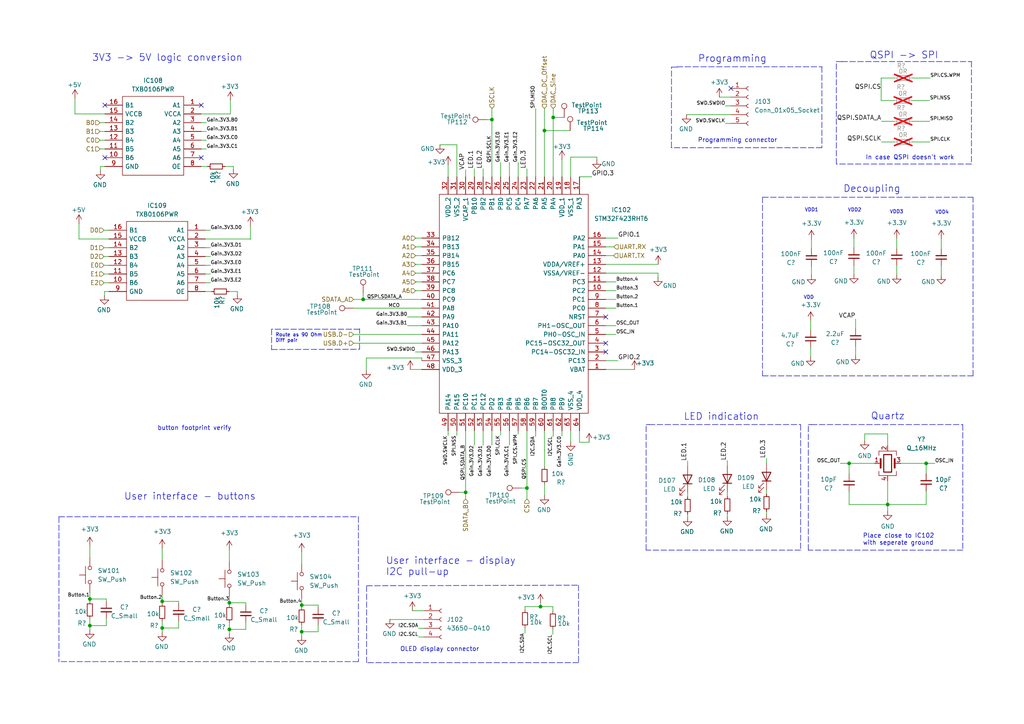
<source format=kicad_sch>
(kicad_sch (version 20230121) (generator eeschema)
  (paper "A4")
  (junction (at 87.503 183.2356))
  (junction (at 87.503 175.514))
  (junction (at 47.0408 182.1434))
  (junction (at 152.8318 141.5542))
  (junction (at 156.7688 175.9458))
  (junction (at 66.5226 174.8282))
  (junction (at 160.4518 34.0614))
  (junction (at 142.6718 34.6964))
  (junction (at 47.0408 174.4218))
  (junction (at 257.4544 146.3294))
  (junction (at 246.2784 134.3914))
  (junction (at 105.3338 86.8426))
  (junction (at 157.9118 37.8714))
  (junction (at 135.0518 142.7988))
  (junction (at 26.0604 181.4576))
  (junction (at 66.5226 182.5498))
  (junction (at 268.6304 134.3914))
  (junction (at 26.0604 173.736))
  (no_connect (at 30.4292 45.7454))
  (no_connect (at 58.3692 45.7454))
  (no_connect (at 175.6918 99.5426))
  (no_connect (at 30.4292 30.5054))
  (no_connect (at 211.9884 25.6286))
  (no_connect (at 58.3692 30.5054))
  (no_connect (at 175.6918 102.0826))
  (no_connect (at 175.6918 91.9226))
  (wire (pts (xy 165.5318 124.9426) (xy 165.5318 128.1684)))
  (wire (pts (xy 51.816 174.4218) (xy 51.816 175.0822)))
  (polyline (pts (xy 232.2068 159.5628) (xy 187.4012 159.5628)) (stroke (width 0) (type dash)))
  (wire (pts (xy 72.644 65.4812) (xy 72.644 69.3674)))
  (wire (pts (xy 31.5976 69.3166) (xy 22.9108 69.3166)))
  (wire (pts (xy 157.9372 130.5814) (xy 157.9372 135.382)))
  (wire (pts (xy 210.3882 30.7086) (xy 211.9884 30.7086)))
  (wire (pts (xy 175.6918 81.7626) (xy 178.6636 81.7626)))
  (wire (pts (xy 175.6918 107.1626) (xy 184.0484 107.1626)))
  (wire (pts (xy 137.5918 48.9458) (xy 137.5918 51.2826)))
  (wire (pts (xy 30.1752 79.4766) (xy 31.5976 79.4766)))
  (wire (pts (xy 121.3612 184.7596) (xy 122.9614 184.7596)))
  (wire (pts (xy 152.273 183.6166) (xy 152.273 182.0164)))
  (wire (pts (xy 246.2784 146.3294) (xy 257.4544 146.3294)))
  (polyline (pts (xy 194.7418 42.7736) (xy 194.7672 19.4564)) (stroke (width 0) (type dash)))
  (wire (pts (xy 268.6304 134.3914) (xy 268.6304 137.3886)))
  (wire (pts (xy 92.2782 181.2544) (xy 92.2782 183.2356)))
  (wire (pts (xy 30.8356 179.4764) (xy 30.8356 181.4576)))
  (wire (pts (xy 271.1704 134.3914) (xy 268.6304 134.3914)))
  (wire (pts (xy 122.3518 103.8352) (xy 122.3518 104.6226)))
  (wire (pts (xy 152.8318 48.9458) (xy 152.8318 51.2826)))
  (wire (pts (xy 30.1498 66.7766) (xy 31.5976 66.7766)))
  (polyline (pts (xy 279.2476 159.5628) (xy 234.442 159.5628)) (stroke (width 0) (type dash)))
  (wire (pts (xy 210.947 142.6972) (xy 210.947 143.9164)))
  (wire (pts (xy 31.5976 84.5566) (xy 30.3022 84.5566)))
  (wire (pts (xy 120.5484 69.0626) (xy 122.3518 69.0626)))
  (wire (pts (xy 250.7996 125.857) (xy 250.7996 127.762)))
  (wire (pts (xy 135.0518 142.7988) (xy 135.0518 144.7546)))
  (wire (pts (xy 51.816 180.1622) (xy 51.816 182.1434)))
  (wire (pts (xy 145.2118 126.2126) (xy 145.2118 124.9426)))
  (wire (pts (xy 26.0604 173.736) (xy 30.8356 173.736)))
  (wire (pts (xy 152.8318 124.9426) (xy 152.8318 141.5542)))
  (wire (pts (xy 175.6918 97.0026) (xy 178.6636 97.0026)))
  (wire (pts (xy 26.0604 173.736) (xy 26.0604 174.371)))
  (wire (pts (xy 120.523 81.788) (xy 120.6754 81.788)))
  (wire (pts (xy 30.1752 76.9366) (xy 31.5976 76.9366)))
  (wire (pts (xy 119.6086 177.1396) (xy 122.9614 177.1396)))
  (wire (pts (xy 175.6918 89.3826) (xy 178.6636 89.3826)))
  (polyline (pts (xy 281.7622 17.8562) (xy 281.7622 47.5742)) (stroke (width 0) (type dash)))
  (wire (pts (xy 29.1338 48.2854) (xy 29.1338 49.4538)))
  (wire (pts (xy 129.9718 47.9298) (xy 129.9718 51.2826)))
  (polyline (pts (xy 234.442 123.1392) (xy 235.3564 123.1392)) (stroke (width 0) (type dash)))
  (wire (pts (xy 199.4408 149.1488) (xy 199.4408 150.0632)))
  (wire (pts (xy 142.6718 129.1082) (xy 142.6718 124.9426)))
  (wire (pts (xy 121.3612 182.2196) (xy 122.9614 182.2196)))
  (wire (pts (xy 71.2978 174.8282) (xy 71.2978 175.4886)))
  (wire (pts (xy 113.1062 179.6542) (xy 113.0808 179.6542)))
  (wire (pts (xy 113.1062 179.6542) (xy 113.1062 179.6796)))
  (wire (pts (xy 151.13 141.5542) (xy 152.8318 141.5542)))
  (polyline (pts (xy 106.3244 192.2018) (xy 106.3244 169.7228)) (stroke (width 0) (type dash)))
  (wire (pts (xy 92.2782 175.514) (xy 92.2782 176.1744)))
  (wire (pts (xy 87.503 175.514) (xy 87.503 176.149)))
  (wire (pts (xy 257.4544 125.857) (xy 250.7996 125.857)))
  (wire (pts (xy 162.9918 46.2534) (xy 162.9918 51.2826)))
  (wire (pts (xy 47.0408 174.4218) (xy 47.0408 175.0568)))
  (wire (pts (xy 105.3338 85.1408) (xy 105.3338 86.8426)))
  (wire (pts (xy 246.2784 142.6464) (xy 246.2784 146.3294)))
  (wire (pts (xy 58.3692 40.6654) (xy 59.8678 40.6654)))
  (wire (pts (xy 58.3692 48.2854) (xy 60.198 48.2854)))
  (wire (pts (xy 120.7008 84.3026) (xy 122.3518 84.3026)))
  (wire (pts (xy 160.4518 31.4706) (xy 160.4518 34.0614)))
  (wire (pts (xy 59.5376 76.9366) (xy 61.0362 76.9366)))
  (wire (pts (xy 47.0408 172.5422) (xy 47.0408 174.4218)))
  (wire (pts (xy 235.1278 100.8634) (xy 235.1278 103.4796)))
  (wire (pts (xy 160.4518 34.0614) (xy 163.6522 34.0614)))
  (wire (pts (xy 59.5376 79.4766) (xy 61.0362 79.4766)))
  (polyline (pts (xy 235.331 123.1392) (xy 279.2476 123.1392)) (stroke (width 0) (type dash)))
  (wire (pts (xy 102.5398 99.5426) (xy 122.3518 99.5426)))
  (wire (pts (xy 160.3502 183.9976) (xy 160.3502 182.3974)))
  (polyline (pts (xy 187.4012 159.5628) (xy 187.4012 123.1392)) (stroke (width 0) (type dash)))
  (wire (pts (xy 30.1498 74.3966) (xy 31.5976 74.3966)))
  (polyline (pts (xy 194.7672 19.4564) (xy 196.4436 19.4564)) (stroke (width 0) (type dash)))
  (wire (pts (xy 65.278 48.2854) (xy 67.691 48.2854)))
  (wire (pts (xy 29.0068 40.6654) (xy 30.4292 40.6654)))
  (wire (pts (xy 120.6246 76.708) (xy 120.6246 76.6826)))
  (wire (pts (xy 141.1986 34.6964) (xy 142.6718 34.6964)))
  (wire (pts (xy 120.523 71.628) (xy 120.5738 71.628)))
  (wire (pts (xy 59.5376 71.8566) (xy 61.0362 71.8566)))
  (wire (pts (xy 156.7688 175.9458) (xy 160.3502 175.9458)))
  (wire (pts (xy 120.65 79.2226) (xy 122.3518 79.2226)))
  (polyline (pts (xy 232.2068 123.1392) (xy 232.2068 159.5628)) (stroke (width 0) (type dash)))
  (wire (pts (xy 210.947 133.5532) (xy 210.947 135.0772)))
  (wire (pts (xy 106.2482 103.8352) (xy 106.2482 107.3404)))
  (polyline (pts (xy 196.3674 19.3802) (xy 238.4552 19.3802)) (stroke (width 0) (type dash)))
  (wire (pts (xy 120.5738 71.6026) (xy 122.3518 71.6026)))
  (wire (pts (xy 87.503 173.6344) (xy 87.503 175.514)))
  (polyline (pts (xy 281.7622 47.5742) (xy 242.57 47.5742)) (stroke (width 0) (type dash)))
  (polyline (pts (xy 167.7924 192.2018) (xy 106.3244 192.2018)) (stroke (width 0) (type dash)))
  (wire (pts (xy 255.5748 29.1592) (xy 259.334 29.1592)))
  (wire (pts (xy 147.7518 129.1082) (xy 147.7518 124.9426)))
  (wire (pts (xy 222.3262 148.3614) (xy 222.3262 149.2758)))
  (wire (pts (xy 175.6918 71.6026) (xy 178.054 71.6026)))
  (wire (pts (xy 120.5992 74.168) (xy 120.5992 74.1426)))
  (wire (pts (xy 59.5376 66.7766) (xy 61.0362 66.7766)))
  (wire (pts (xy 155.3718 126.492) (xy 155.3718 124.9426)))
  (wire (pts (xy 120.523 79.248) (xy 120.65 79.248)))
  (wire (pts (xy 118.999 107.1626) (xy 122.3518 107.1626)))
  (wire (pts (xy 208.6356 28.1686) (xy 211.9884 28.1686)))
  (wire (pts (xy 66.5226 172.9486) (xy 66.5226 174.8282)))
  (wire (pts (xy 165.5318 51.2826) (xy 165.5318 45.5676)))
  (wire (pts (xy 255.6764 41.1734) (xy 259.4356 41.1734)))
  (wire (pts (xy 66.5226 159.4358) (xy 66.5226 162.7886)))
  (wire (pts (xy 150.2918 125.9078) (xy 150.2918 124.9426)))
  (wire (pts (xy 152.273 175.9458) (xy 156.7688 175.9458)))
  (wire (pts (xy 160.401 126.5428) (xy 160.401 126.5174)))
  (wire (pts (xy 122.3518 102.0826) (xy 120.4722 102.0826)))
  (wire (pts (xy 255.5748 22.6314) (xy 259.461 22.6314)))
  (polyline (pts (xy 78.7654 95.4786) (xy 78.7654 101.473)) (stroke (width 0) (type dash)))
  (wire (pts (xy 120.523 84.328) (xy 120.7008 84.328)))
  (polyline (pts (xy 234.442 159.5628) (xy 234.442 123.1392)) (stroke (width 0) (type dash)))
  (wire (pts (xy 257.4544 146.3294) (xy 257.4544 148.2344)))
  (wire (pts (xy 67.691 48.2854) (xy 67.691 49.149)))
  (wire (pts (xy 235.3564 77.2414) (xy 235.3564 79.8576)))
  (wire (pts (xy 66.5226 182.5498) (xy 66.5226 183.7944)))
  (wire (pts (xy 59.5376 84.5566) (xy 61.3664 84.5566)))
  (wire (pts (xy 29.0068 43.2054) (xy 30.4292 43.2054)))
  (wire (pts (xy 127.6096 41.9862) (xy 132.5118 41.9862)))
  (wire (pts (xy 260.096 69.1896) (xy 260.096 71.9836)))
  (wire (pts (xy 170.8658 128.27) (xy 168.0718 128.27)))
  (polyline (pts (xy 104.2924 101.2952) (xy 104.2924 95.3516)) (stroke (width 0) (type dash)))
  (wire (pts (xy 142.6718 34.6964) (xy 142.6718 31.4706)))
  (wire (pts (xy 120.523 69.088) (xy 120.5484 69.088)))
  (wire (pts (xy 133.35 142.7988) (xy 135.0518 142.7988)))
  (wire (pts (xy 59.5376 82.0166) (xy 61.0362 82.0166)))
  (wire (pts (xy 140.1318 129.1082) (xy 140.1318 124.9426)))
  (wire (pts (xy 165.5318 45.5676) (xy 173.1264 45.5676)))
  (wire (pts (xy 58.3692 38.1254) (xy 59.8678 38.1254)))
  (wire (pts (xy 26.0604 179.451) (xy 26.0604 181.4576)))
  (polyline (pts (xy 167.7924 169.7228) (xy 167.7924 192.2018)) (stroke (width 0) (type dash)))
  (wire (pts (xy 132.5118 126.2888) (xy 132.5118 124.9426)))
  (wire (pts (xy 199.4408 133.7056) (xy 199.4408 135.2296)))
  (wire (pts (xy 199.4408 142.8496) (xy 199.4408 144.0688)))
  (wire (pts (xy 235.3564 69.3674) (xy 235.3564 72.1614)))
  (wire (pts (xy 132.5118 51.2826) (xy 132.5118 41.9862)))
  (wire (pts (xy 147.7518 47.117) (xy 147.7518 51.2826)))
  (wire (pts (xy 255.5748 29.1592) (xy 255.5748 22.6314)))
  (wire (pts (xy 175.6918 74.1426) (xy 177.9778 74.1426)))
  (wire (pts (xy 246.2784 134.3914) (xy 246.2784 137.5664)))
  (wire (pts (xy 120.65 79.248) (xy 120.65 79.2226)))
  (polyline (pts (xy 187.4012 123.1392) (xy 188.3156 123.1392)) (stroke (width 0) (type dash)))
  (wire (pts (xy 157.9118 130.5814) (xy 157.9118 124.9426)))
  (wire (pts (xy 129.9718 124.9426) (xy 129.9718 126.2888)))
  (wire (pts (xy 175.6918 69.0626) (xy 179.2478 69.0626)))
  (wire (pts (xy 30.8356 181.4576) (xy 26.0604 181.4576)))
  (wire (pts (xy 120.6754 81.788) (xy 120.6754 81.7626)))
  (wire (pts (xy 268.6304 134.3914) (xy 261.2644 134.3914)))
  (wire (pts (xy 255.6256 35.179) (xy 259.3848 35.179)))
  (wire (pts (xy 135.0518 124.9426) (xy 135.0518 142.7988)))
  (wire (pts (xy 190.8556 79.2226) (xy 190.8556 80.391)))
  (wire (pts (xy 72.5678 69.3674) (xy 72.644 69.3674)))
  (wire (pts (xy 87.503 183.2356) (xy 87.503 184.4802)))
  (wire (pts (xy 175.6918 79.2226) (xy 190.8556 79.2226)))
  (wire (pts (xy 137.5918 129.1082) (xy 137.5918 124.9426)))
  (wire (pts (xy 66.5226 180.5432) (xy 66.5226 182.5498)))
  (wire (pts (xy 264.541 22.6314) (xy 269.7734 22.6314)))
  (wire (pts (xy 155.321 126.492) (xy 155.3718 126.492)))
  (wire (pts (xy 47.0408 180.1368) (xy 47.0408 182.1434)))
  (polyline (pts (xy 17.0942 149.9362) (xy 17.0942 191.897)) (stroke (width 0) (type dash)))
  (polyline (pts (xy 282.2194 109.0168) (xy 282.2194 57.2008)) (stroke (width 0) (type dash)))
  (wire (pts (xy 120.5484 69.088) (xy 120.5484 69.0626)))
  (polyline (pts (xy 104.2924 95.4786) (xy 78.7654 95.4786)) (stroke (width 0) (type dash)))
  (wire (pts (xy 47.0408 159.0294) (xy 47.0408 162.3822)))
  (polyline (pts (xy 17.0688 149.8854) (xy 103.9622 149.8854)) (stroke (width 0) (type dash)))
  (wire (pts (xy 168.0718 128.27) (xy 168.0718 124.9426)))
  (wire (pts (xy 152.273 176.9364) (xy 152.273 175.9458)))
  (wire (pts (xy 157.9118 37.8714) (xy 157.9118 51.2826)))
  (wire (pts (xy 120.5992 74.1426) (xy 122.3518 74.1426)))
  (polyline (pts (xy 221.1578 109.0168) (xy 282.2194 109.0168)) (stroke (width 0) (type dash)))
  (wire (pts (xy 58.3692 33.0454) (xy 66.8274 33.0454)))
  (wire (pts (xy 87.503 175.514) (xy 92.2782 175.514)))
  (wire (pts (xy 210.947 148.9964) (xy 210.947 149.9108)))
  (wire (pts (xy 156.7688 174.9044) (xy 156.7688 175.9458)))
  (wire (pts (xy 199.1106 33.2486) (xy 211.9884 33.2486)))
  (wire (pts (xy 30.4292 48.2854) (xy 29.1338 48.2854)))
  (wire (pts (xy 140.1318 48.9458) (xy 140.1318 51.2826)))
  (wire (pts (xy 145.2118 47.117) (xy 145.2118 51.2826)))
  (wire (pts (xy 120.7008 84.328) (xy 120.7008 84.3026)))
  (wire (pts (xy 264.5156 41.1734) (xy 269.748 41.1734)))
  (wire (pts (xy 175.6918 104.6226) (xy 179.2478 104.6226)))
  (wire (pts (xy 160.4518 34.0614) (xy 160.4518 51.2826)))
  (wire (pts (xy 235.1278 92.9894) (xy 235.1278 95.7834)))
  (polyline (pts (xy 279.2476 123.1392) (xy 279.2476 159.5628)) (stroke (width 0) (type dash)))
  (wire (pts (xy 105.3338 86.8426) (xy 102.5398 86.8426)))
  (wire (pts (xy 120.523 74.168) (xy 120.5992 74.168)))
  (wire (pts (xy 190.9064 76.6826) (xy 175.6918 76.6826)))
  (wire (pts (xy 248.158 100.4316) (xy 248.158 103.0478)))
  (wire (pts (xy 122.3518 94.4626) (xy 118.1862 94.4626)))
  (wire (pts (xy 72.5678 69.3674) (xy 72.5678 69.3166)))
  (wire (pts (xy 272.9992 69.3166) (xy 272.9992 72.1106)))
  (wire (pts (xy 92.2782 183.2356) (xy 87.503 183.2356)))
  (wire (pts (xy 58.3692 43.2054) (xy 59.8678 43.2054)))
  (polyline (pts (xy 103.9622 191.897) (xy 17.0942 191.897)) (stroke (width 0) (type dash)))
  (wire (pts (xy 122.3518 89.3826) (xy 102.5398 89.3826)))
  (wire (pts (xy 72.5678 69.3166) (xy 59.5376 69.3166)))
  (wire (pts (xy 66.5226 174.8282) (xy 71.2978 174.8282)))
  (wire (pts (xy 257.4544 129.3114) (xy 257.4544 125.857)))
  (wire (pts (xy 160.401 126.5428) (xy 160.4518 126.5428)))
  (wire (pts (xy 157.9118 31.4706) (xy 157.9118 37.8714)))
  (wire (pts (xy 272.9992 77.1906) (xy 272.9992 79.8068)))
  (wire (pts (xy 47.0408 174.4218) (xy 51.816 174.4218)))
  (polyline (pts (xy 221.1832 57.2008) (xy 282.2194 57.2008)) (stroke (width 0) (type dash)))
  (wire (pts (xy 122.3518 103.8352) (xy 106.2482 103.8352)))
  (wire (pts (xy 26.0604 181.4576) (xy 26.0604 182.7022)))
  (wire (pts (xy 120.6754 81.7626) (xy 122.3518 81.7626)))
  (wire (pts (xy 243.7384 134.3914) (xy 246.2784 134.3914)))
  (polyline (pts (xy 242.57 47.5742) (xy 242.57 17.8562)) (stroke (width 0) (type dash)))
  (wire (pts (xy 30.1752 82.0166) (xy 31.5976 82.0166)))
  (wire (pts (xy 66.4464 84.5566) (xy 68.8594 84.5566)))
  (wire (pts (xy 122.3518 86.8426) (xy 105.3338 86.8426)))
  (wire (pts (xy 160.3502 175.9458) (xy 160.3502 177.3174)))
  (polyline (pts (xy 78.7908 101.3714) (xy 104.2924 101.2952)) (stroke (width 0) (type dash)))
  (wire (pts (xy 222.3262 142.0622) (xy 222.3262 143.2814)))
  (polyline (pts (xy 188.2902 123.1392) (xy 232.2068 123.1392)) (stroke (width 0) (type dash)))
  (wire (pts (xy 58.3692 35.5854) (xy 59.8678 35.5854)))
  (wire (pts (xy 150.2918 47.117) (xy 150.2918 51.2826)))
  (wire (pts (xy 175.6918 84.3026) (xy 178.6636 84.3026)))
  (wire (pts (xy 175.6918 94.4626) (xy 178.6636 94.4626)))
  (wire (pts (xy 71.2978 182.5498) (xy 66.5226 182.5498)))
  (wire (pts (xy 113.1062 179.6796) (xy 122.9614 179.6796)))
  (polyline (pts (xy 238.379 42.8498) (xy 194.691 42.8498)) (stroke (width 0) (type dash)))
  (wire (pts (xy 87.503 160.1216) (xy 87.503 163.4744)))
  (wire (pts (xy 246.2784 134.3914) (xy 253.6444 134.3914)))
  (wire (pts (xy 157.9118 37.8714) (xy 165.3794 37.8714)))
  (wire (pts (xy 120.6246 76.6826) (xy 122.3518 76.6826)))
  (wire (pts (xy 175.6918 86.8426) (xy 178.6636 86.8426)))
  (wire (pts (xy 257.4544 139.4714) (xy 257.4544 146.3294)))
  (polyline (pts (xy 221.1578 57.2008) (xy 221.1578 109.0168)) (stroke (width 0) (type dash)))
  (wire (pts (xy 142.6718 51.2826) (xy 142.6718 34.6964)))
  (wire (pts (xy 26.0604 171.8564) (xy 26.0604 173.736)))
  (wire (pts (xy 135.0518 49.276) (xy 135.0518 51.2826)))
  (wire (pts (xy 260.096 77.0636) (xy 260.096 79.6798)))
  (polyline (pts (xy 242.57 17.8562) (xy 244.2464 17.8562)) (stroke (width 0) (type dash)))
  (wire (pts (xy 87.503 181.229) (xy 87.503 183.2356)))
  (wire (pts (xy 157.9372 130.5814) (xy 157.9118 130.5814)))
  (wire (pts (xy 157.9372 140.462) (xy 157.9372 143.7132)))
  (wire (pts (xy 247.6754 76.962) (xy 247.6754 79.5782)))
  (wire (pts (xy 268.6304 142.4686) (xy 268.6304 146.3294)))
  (wire (pts (xy 210.3882 35.7886) (xy 211.9884 35.7886)))
  (wire (pts (xy 59.5376 74.3966) (xy 61.0362 74.3966)))
  (wire (pts (xy 47.0408 182.1434) (xy 47.0408 183.388)))
  (wire (pts (xy 22.9108 64.8208) (xy 22.9108 69.3166)))
  (wire (pts (xy 28.9814 38.1254) (xy 30.4292 38.1254)))
  (wire (pts (xy 122.3518 91.9226) (xy 118.1862 91.9226)))
  (wire (pts (xy 222.3262 132.9182) (xy 222.3262 134.4422)))
  (wire (pts (xy 30.4292 33.0454) (xy 21.7424 33.0454)))
  (wire (pts (xy 168.0718 51.2826) (xy 171.6278 51.2826)))
  (wire (pts (xy 160.4518 126.5428) (xy 160.4518 124.9426)))
  (wire (pts (xy 264.4648 35.179) (xy 269.6972 35.179)))
  (wire (pts (xy 71.2978 180.5686) (xy 71.2978 182.5498)))
  (wire (pts (xy 155.3718 31.496) (xy 155.3718 51.2826)))
  (wire (pts (xy 248.158 92.5576) (xy 248.158 95.3516)))
  (wire (pts (xy 257.4544 146.3294) (xy 268.6304 146.3294)))
  (wire (pts (xy 247.6754 69.088) (xy 247.6754 71.882)))
  (wire (pts (xy 162.9918 126.4158) (xy 162.9918 124.9426)))
  (polyline (pts (xy 103.9622 149.8854) (xy 103.9622 191.897)) (stroke (width 0) (type dash)))
  (wire (pts (xy 26.0604 158.3436) (xy 26.0604 161.6964)))
  (wire (pts (xy 21.7424 28.5496) (xy 21.7424 33.0454)))
  (wire (pts (xy 173.1264 45.5676) (xy 173.1264 46.3804)))
  (wire (pts (xy 163.0172 126.4158) (xy 162.9918 126.4158)))
  (wire (pts (xy 120.5738 71.628) (xy 120.5738 71.6026)))
  (wire (pts (xy 152.8318 141.5542) (xy 152.8318 144.7546)))
  (wire (pts (xy 68.8594 84.5566) (xy 68.8594 85.4202)))
  (wire (pts (xy 28.9814 35.5854) (xy 30.4292 35.5854)))
  (wire (pts (xy 51.816 182.1434) (xy 47.0408 182.1434)))
  (wire (pts (xy 66.8274 29.1592) (xy 66.8274 33.0454)))
  (polyline (pts (xy 106.3498 169.9006) (xy 167.7924 169.7228)) (stroke (width 0) (type dash)))
  (wire (pts (xy 30.3022 84.5566) (xy 30.3022 85.725)))
  (wire (pts (xy 30.1498 71.8566) (xy 31.5976 71.8566)))
  (polyline (pts (xy 244.1702 17.8562) (xy 281.7622 17.8562)) (stroke (width 0) (type dash)))
  (wire (pts (xy 66.5226 174.8282) (xy 66.5226 175.4632)))
  (wire (pts (xy 120.523 76.708) (xy 120.6246 76.708)))
  (polyline (pts (xy 238.379 19.3802) (xy 238.379 42.8498)) (stroke (width 0) (type dash)))
  (wire (pts (xy 30.8356 173.736) (xy 30.8356 174.3964)))
  (wire (pts (xy 264.414 29.1592) (xy 269.6464 29.1592)))
  (wire (pts (xy 102.5398 97.0026) (xy 122.3518 97.0026)))
  (text "3V3 -> 5V logic conversion" (at 26.67 18.034 0) (effects (font (size 2 2)) (justify left bottom)))
  (text "VDD" (at 233.045 86.9696 0) (effects (font (size 1 1)) (justify left bottom)))
  (text "VDD1" (at 233.3752 61.595 0) (effects (font (size 1 1)) (justify left bottom)))
  (text "Route as 90 Ohm\nDiff pair" (at 79.8576 99.4664 0) (effects (font (size 1 1)) (justify left bottom)))
  (text "QSPI -> SPI " (at 252.1966 17.3228 0) (effects (font (size 2 2)) (justify left bottom)))
  (text "Quartz" (at 252.5268 121.9962 0) (effects (font (size 2 2)) (justify left bottom)))
  (text "In case QSPI doesn't work" (at 251.0282 46.5328 0) (effects (font (size 1.27 1.27)) (justify left bottom)))
  (text "VDD3" (at 258.0386 62.1538 0) (effects (font (size 1 1)) (justify left bottom)))
  (text "VDD4" (at 271.2466 62.2808 0) (effects (font (size 1 1)) (justify left bottom)))
  (text "User interface - display\nI2C pull-up\n" (at 111.887 167.1574 0) (effects (font (size 2 2)) (justify left bottom)))
  (text "button footprint verify\n" (at 45.6438 125.0188 0) (effects (font (size 1.27 1.27)) (justify left bottom)))
  (text "User interface - buttons" (at 35.941 145.288 0) (effects (font (size 2 2)) (justify left bottom)))
  (text "LED indication" (at 198.2724 122.1486 0) (effects (font (size 2 2)) (justify left bottom)))
  (text "VDD2" (at 245.872 61.6204 0) (effects (font (size 1 1)) (justify left bottom)))
  (text "Place close to IC102\nwith seperate ground" (at 250.2408 158.3182 0) (effects (font (size 1.27 1.27)) (justify left bottom)))
  (text "Programming connector" (at 202.3618 41.5036 0) (effects (font (size 1.27 1.27)) (justify left bottom)))
  (text "Programming" (at 202.4126 18.3134 0) (effects (font (size 2 2)) (justify left bottom)))
  (text "OLED display connector" (at 116.0272 189.1284 0) (effects (font (size 1.27 1.27)) (justify left bottom)))
  (text "Decoupling" (at 244.5512 56.0578 0) (effects (font (size 2 2)) (justify left bottom)))
  (label "Gain.3V3.D0" (at 142.6718 129.1082 270) (effects (font (size 1 1))))
  (label "Gain.3V3.D2" (at 61.0362 74.3966 0) (effects (font (size 1 1))))
  (label "QSPI.SDATA_A" (at 255.6256 35.179 180))
  (label "I2C.SCL" (at 160.3502 183.9976 270) (effects (font (size 1 1))))
  (label "Button.3" (at 178.6636 84.3026 0) (effects (font (size 1 1))))
  (label "LED.2" (at 140.1318 48.9458 90))
  (label "I2C.SDA" (at 152.273 183.6166 270) (effects (font (size 1 1))))
  (label "Button.3" (at 66.5226 174.4472 180) (effects (font (size 1 1))))
  (label "VCAP" (at 135.0518 49.276 90))
  (label "LED.3" (at 222.3262 132.9182 90))
  (label "Gain.3V3.D2" (at 137.5918 129.1082 270) (effects (font (size 1 1))))
  (label "OSC_IN" (at 178.6636 97.0026 0) (effects (font (size 1 1))))
  (label "Button.2" (at 178.6636 86.8426 0) (effects (font (size 1 1))))
  (label "QSPI.CS" (at 255.5748 26.1874 180))
  (label "I2C.SCL" (at 121.3612 184.7596 180) (effects (font (size 1 1))))
  (label "Button.4" (at 87.503 175.133 180) (effects (font (size 1 1))))
  (label "Gain.3V3.E2" (at 150.2918 47.117 90) (effects (font (size 1 1))))
  (label "SPI.CLK" (at 269.748 41.1734 0) (effects (font (size 1 1))))
  (label "Gain.3V3.E1" (at 61.0362 79.4766 0) (effects (font (size 1 1))))
  (label "LED.2" (at 210.947 133.5532 90))
  (label "I2C.SDA" (at 121.3612 182.2196 180) (effects (font (size 1 1))))
  (label "GPIO.3" (at 171.6278 51.2826 0))
  (label "OSC_OUT" (at 243.7384 134.3914 180) (effects (font (size 1 1))))
  (label "SWD.SWCLK" (at 210.3882 35.7886 180) (effects (font (size 1 1))))
  (label "SWD.SWDIO" (at 120.4722 102.0826 180) (effects (font (size 1 1))))
  (label "Gain.3V3.D1" (at 61.0362 71.8566 0) (effects (font (size 1 1))))
  (label "QSPI.SDATA_A" (at 116.6114 86.8426 180) (effects (font (size 1 1))))
  (label "QSPI.SCLK" (at 255.6764 41.1734 180))
  (label "Gain.3V3.E0" (at 145.2118 47.117 90) (effects (font (size 1 1))))
  (label "Gain.3V3.B1" (at 59.8678 38.1254 0) (effects (font (size 1 1))))
  (label "SPI.CLK" (at 145.2118 126.2126 270) (effects (font (size 1 1))))
  (label "Gain.3V3.E2" (at 61.0362 82.0166 0) (effects (font (size 1 1))))
  (label "Gain.3V3.D0" (at 61.0362 66.7766 0) (effects (font (size 1 1))))
  (label "Gain.3V3.B1" (at 118.1862 94.4626 180) (effects (font (size 1 1))))
  (label "Gain.3V3.C0" (at 163.0172 126.4158 270) (effects (font (size 1 1))))
  (label "Gain.3V3.B0" (at 59.8678 35.5854 0) (effects (font (size 1 1))))
  (label "Button.1" (at 26.0604 173.355 180) (effects (font (size 1 1))))
  (label "Gain.3V3.B0" (at 118.1862 91.9226 180) (effects (font (size 1 1))))
  (label "LED.3" (at 152.8318 48.9458 90))
  (label "Gain.3V3.C0" (at 59.8678 40.6654 0) (effects (font (size 1 1))))
  (label "SPI.CS.WPM" (at 269.7734 22.6314 0) (effects (font (size 1 1))))
  (label "QSPI.SDATA_B" (at 135.0518 139.319 90) (effects (font (size 1 1))))
  (label "QSPI.SCLK" (at 142.6718 47.2186 90) (effects (font (size 1 1))))
  (label "SPI.NSS" (at 269.6464 29.1592 0) (effects (font (size 1 1))))
  (label "MCO" (at 116.0018 89.3826 180) (effects (font (size 1 1))))
  (label "Gain.3V3.E0" (at 61.0362 76.9366 0) (effects (font (size 1 1))))
  (label "Gain.3V3.C1" (at 147.7518 129.1082 270) (effects (font (size 1 1))))
  (label "Button.2" (at 47.0408 174.0408 180) (effects (font (size 1 1))))
  (label "QSPI.CS" (at 152.8318 139.0396 90) (effects (font (size 1 1))))
  (label "Button.1" (at 178.6636 89.3826 0) (effects (font (size 1 1))))
  (label "SPI.CS.WPM" (at 150.2918 125.9078 270) (effects (font (size 1 1))))
  (label "SWD.SWDIO" (at 210.3882 30.7086 180) (effects (font (size 1 1))))
  (label "SPI.MISO" (at 155.3718 31.496 90) (effects (font (size 1 1))))
  (label "I2C.SCL" (at 160.401 126.5174 270) (effects (font (size 1 1))))
  (label "Gain.3V3.C1" (at 59.8678 43.2054 0) (effects (font (size 1 1))))
  (label "LED.1" (at 137.5918 48.9458 90))
  (label "Button.4" (at 178.6636 81.7626 0) (effects (font (size 1 1))))
  (label "Gain.3V3.E1" (at 147.7518 47.117 90) (effects (font (size 1 1))))
  (label "OSC_IN" (at 271.1704 134.3914 0) (effects (font (size 1 1))))
  (label "GPIO.2" (at 179.2478 104.6226 0))
  (label "VCAP" (at 248.158 92.5576 180))
  (label "SPI.NSS" (at 132.5118 126.2888 270) (effects (font (size 1 1))))
  (label "SWD.SWCLK" (at 129.9718 126.2888 270) (effects (font (size 1 1))))
  (label "OSC_OUT" (at 178.6636 94.4626 0) (effects (font (size 1 1))))
  (label "SPI.MISO" (at 269.6972 35.179 0) (effects (font (size 1 1))))
  (label "GPIO.1" (at 179.2478 69.0626 0))
  (label "Gain.3V3.D1" (at 140.1318 129.1082 270) (effects (font (size 1 1))))
  (label "LED.1" (at 199.4408 133.7056 90))
  (label "I2C.SDA" (at 155.321 126.492 270) (effects (font (size 1 1))))
  (hierarchical_label "CS" (shape input) (at 152.8318 144.7546 270))
  (hierarchical_label "SCLK" (shape input) (at 142.6718 31.4706 90))
  (hierarchical_label "UART.RX" (shape input) (at 178.054 71.6026 0))
  (hierarchical_label "USB.D-" (shape input) (at 102.5398 97.0026 180))
  (hierarchical_label "A4" (shape input) (at 120.523 79.248 180))
  (hierarchical_label "A1" (shape input) (at 120.523 71.628 180))
  (hierarchical_label "D1" (shape input) (at 30.1498 71.8566 180))
  (hierarchical_label "D2" (shape input) (at 30.1498 74.3966 180))
  (hierarchical_label "C1" (shape input) (at 29.0068 43.2054 180))
  (hierarchical_label "A5" (shape input) (at 120.523 81.788 180))
  (hierarchical_label "B1" (shape input) (at 28.9814 38.1254 180))
  (hierarchical_label "SDATA_A" (shape input) (at 102.5398 86.8426 180))
  (hierarchical_label "E2" (shape input) (at 30.1752 82.0166 180))
  (hierarchical_label "E1" (shape input) (at 30.1752 79.4766 180))
  (hierarchical_label "A2" (shape input) (at 120.523 74.168 180))
  (hierarchical_label "DAC_Sine" (shape input) (at 160.4518 31.4706 90))
  (hierarchical_label "DAC_DC_Offset" (shape input) (at 157.9118 31.4706 90))
  (hierarchical_label "A0" (shape input) (at 120.523 69.088 180))
  (hierarchical_label "USB.D+" (shape input) (at 102.5398 99.5426 180))
  (hierarchical_label "UART.TX" (shape input) (at 177.9778 74.1426 0))
  (hierarchical_label "B0" (shape input) (at 28.9814 35.5854 180))
  (hierarchical_label "C0" (shape input) (at 29.0068 40.6654 180))
  (hierarchical_label "A6" (shape input) (at 120.523 84.328 180))
  (hierarchical_label "E0" (shape input) (at 30.1752 76.9366 180))
  (hierarchical_label "SDATA_B" (shape input) (at 135.0518 144.7546 270))
  (hierarchical_label "A3" (shape input) (at 120.523 76.708 180))
  (hierarchical_label "D0" (shape input) (at 30.1498 66.7766 180))
  (symbol (lib_id "power:GND") (at 106.2482 107.3404 0) (mirror y) (unit 1)
    (property "Reference" "#PWR?" (effects hide))
    (property "Value" "GND" (at 106.0958 111.506 0))
    (instances (project "LCR" (path "" (reference "#PWR?") (unit 1)) (path "" (reference "#PWR?") (unit 1)) (path "" (reference "#PWR0152") (unit 1))))
  )
  (symbol (lib_id "Device:C_Small") (at 260.096 74.5236 180) (unit 1)
    (property "Reference" "C?" (at 254.1524 75.9968 0))
    (property "Value" "100nF" (at 254.1524 73.4568 0))
    (property "Footprint" "Capacitor_SMD:C_0603_1608Metric" (effects hide))
    (instances (project "LCR" (path "" (reference "C?") (unit 1)) (path "" (reference "C?") (unit 1)) (path "" (reference "C111") (unit 1))))
  )
  (symbol (lib_id "power:GND") (at 222.3262 149.2758 0) (mirror y) (unit 1)
    (property "Reference" "#PWR?" (effects hide))
    (property "Value" "GND" (at 222.1738 153.4414 0))
    (instances (project "LCR" (path "" (reference "#PWR?") (unit 1)) (path "" (reference "#PWR?") (unit 1)) (path "" (reference "#PWR0283") (unit 1))))
  )
  (symbol (lib_id "Switch:SW_Push") (at 87.503 168.5544 90) (unit 1)
    (property "Reference" "SW104" (at 89.7636 167.2844 90) (effects (justify right)))
    (property "Value" "SW_Push" (at 89.7636 169.8244 90) (effects (justify right)))
    (property "Footprint" "Button_Switch_SMD:SW_Push_1P1T_NO_CK_KSC7xxJ" (effects hide))
  )
  (symbol (lib_id "power:GND") (at 67.691 49.149 0) (mirror y) (unit 1)
    (property "Reference" "#PWR?" (effects hide))
    (property "Value" "GND" (at 67.5386 53.3146 0))
    (instances (project "LCR" (path "" (reference "#PWR?") (unit 1)) (path "" (reference "#PWR?") (unit 1)) (path "" (reference "#PWR0254") (unit 1))))
  )
  (symbol (lib_id "power:GND") (at 272.9992 79.8068 0) (unit 1)
    (property "Reference" "#PWR?" (effects hide))
    (property "Value" "GND" (at 269.24 81.7372 0))
    (instances (project "LCR" (path "" (reference "#PWR?") (unit 1)) (path "" (reference "#PWR?") (unit 1)) (path "" (reference "#PWR?") (unit 1)) (path "" (reference "#PWR0147") (unit 1))))
  )
  (symbol (lib_id "power:+3V3") (at 129.9718 47.9298 0) (unit 1)
    (property "Reference" "#PWR0154" (effects hide))
    (property "Value" "+3V3" (at 126.5682 47.0154 0))
  )
  (symbol (lib_id "Device:LED") (at 222.3262 138.2522 270) (mirror x) (unit 1)
    (property "Reference" "D109" (at 218.8972 138.5697 90) (effects (justify right)))
    (property "Value" "LED" (at 218.8972 141.1097 90) (effects (justify right)))
    (property "Footprint" "LED_SMD:LED_1206_3216Metric" (effects hide))
  )
  (symbol (lib_id "power:+3V3") (at 47.0408 159.0294 0) (unit 1)
    (property "Reference" "#PWR0136" (effects hide))
    (property "Value" "+3V3" (at 47.0408 154.178 0))
  )
  (symbol (lib_id "Connector:TestPoint") (at 133.35 142.7988 90) (unit 1)
    (property "Reference" "TP109" (at 125.6792 143.8402 90))
    (property "Value" "TestPoint" (at 126.111 145.5674 90))
    (property "Footprint" "TestPoint:TestPoint_Pad_D2.0mm" (effects hide))
  )
  (symbol (lib_id "Device:C_Small") (at 92.2782 178.7144 0) (unit 1)
    (property "Reference" "C?" (at 97.5106 177.8762 0))
    (property "Value" "C_Small" (at 97.5106 180.4162 0))
    (property "Footprint" "Capacitor_SMD:C_0603_1608Metric" (effects hide))
    (instances (project "LCR" (path "" (reference "C?") (unit 1)) (path "" (reference "C?") (unit 1)) (path "" (reference "C115") (unit 1))))
  )
  (symbol (lib_id "power:+3V3") (at 156.7688 174.9044 0) (unit 1)
    (property "Reference" "#PWR0288" (effects hide))
    (property "Value" "+3V3" (at 152.527 173.2534 0))
  )
  (symbol (lib_id "power:GND") (at 210.947 149.9108 0) (mirror y) (unit 1)
    (property "Reference" "#PWR?" (effects hide))
    (property "Value" "GND" (at 210.7946 154.0764 0))
    (instances (project "LCR" (path "" (reference "#PWR?") (unit 1)) (path "" (reference "#PWR?") (unit 1)) (path "" (reference "#PWR0282") (unit 1))))
  )
  (symbol (lib_id "power:+3V3") (at 118.999 107.1626 0) (unit 1)
    (property "Reference" "#PWR0153" (effects hide))
    (property "Value" "+3V3" (at 114.6556 106.6292 0))
  )
  (symbol (lib_id "Connector:TestPoint") (at 105.3338 85.1408 0) (unit 1)
    (property "Reference" "TP111" (at 105.1814 77.9018 0))
    (property "Value" "TestPoint" (at 105.6132 79.629 0))
    (property "Footprint" "TestPoint:TestPoint_Pad_D2.0mm" (effects hide))
  )
  (symbol (lib_id "power:GND") (at 257.4544 148.2344 0) (unit 1)
    (property "Reference" "#PWR?" (effects hide))
    (property "Value" "GND" (at 257.4544 152.6794 0))
    (instances (project "MCU_sch" (path "" (reference "#PWR?") (unit 1))) (project "LCR" (path "" (reference "#PWR0162") (unit 1))))
  )
  (symbol (lib_id "power:+3V3") (at 72.644 65.4812 0) (unit 1)
    (property "Reference" "#PWR0286" (effects hide))
    (property "Value" "+3V3" (at 72.4662 61.4172 0))
  )
  (symbol (lib_id "Connector:TestPoint") (at 102.5398 89.3826 90) (unit 1)
    (property "Reference" "TP108" (at 92.8878 88.8746 90))
    (property "Value" "TestPoint" (at 93.3196 90.6018 90))
    (property "Footprint" "TestPoint:TestPoint_Pad_D2.0mm" (effects hide))
  )
  (symbol (lib_id "Device:R_Small") (at 261.9756 41.1734 270) (unit 1) (dnp yes)
    (property "Reference" "R?" (at 260.0706 37.2618 90) (effects (justify left)))
    (property "Value" "0R" (at 260.5786 39.1414 90) (effects (justify left)))
    (property "Footprint" "Resistor_SMD:R_0603_1608Metric" (effects hide))
    (instances (project "LCR" (path "" (reference "R?") (unit 1)) (path "" (reference "R?") (unit 1)) (path "" (reference "R?") (unit 1)) (path "" (reference "R113") (unit 1))))
  )
  (symbol (lib_id "Device:R_Small") (at 157.9372 137.922 180) (unit 1)
    (property "Reference" "R?" (at 164.0078 139.8778 0) (effects (justify left)))
    (property "Value" "10k" (at 163.576 137.414 0) (effects (justify left)))
    (property "Footprint" "Resistor_SMD:R_0603_1608Metric" (effects hide))
    (instances (project "LCR" (path "" (reference "R?") (unit 1)) (path "" (reference "R?") (unit 1)) (path "" (reference "R?") (unit 1)) (path "" (reference "R110") (unit 1))))
  )
  (symbol (lib_id "Switch:SW_Push") (at 47.0408 167.4622 90) (unit 1)
    (property "Reference" "SW102" (at 49.3014 166.1922 90) (effects (justify right)))
    (property "Value" "SW_Push" (at 49.3014 168.7322 90) (effects (justify right)))
    (property "Footprint" "Button_Switch_SMD:SW_Push_1P1T_NO_CK_KSC7xxJ" (effects hide))
  )
  (symbol (lib_id "Device:C_Small") (at 30.8356 176.9364 0) (unit 1)
    (property "Reference" "C?" (at 36.068 176.0982 0))
    (property "Value" "C_Small" (at 36.068 178.6382 0))
    (property "Footprint" "Capacitor_SMD:C_0603_1608Metric" (effects hide))
    (instances (project "LCR" (path "" (reference "C?") (unit 1)) (path "" (reference "C?") (unit 1)) (path "" (reference "C107") (unit 1))))
  )
  (symbol (lib_id "power:GND") (at 29.1338 49.4538 0) (mirror y) (unit 1)
    (property "Reference" "#PWR?" (effects hide))
    (property "Value" "GND" (at 28.9814 53.6194 0))
    (instances (project "LCR" (path "" (reference "#PWR?") (unit 1)) (path "" (reference "#PWR?") (unit 1)) (path "" (reference "#PWR0138") (unit 1))))
  )
  (symbol (lib_id "Device:LED") (at 210.947 138.8872 270) (mirror x) (unit 1)
    (property "Reference" "D108" (at 207.518 139.2047 90) (effects (justify right)))
    (property "Value" "LED" (at 207.518 141.7447 90) (effects (justify right)))
    (property "Footprint" "LED_SMD:LED_1206_3216Metric" (effects hide))
  )
  (symbol (lib_id "Switch:SW_Push") (at 26.0604 166.7764 90) (unit 1)
    (property "Reference" "SW101" (at 28.321 165.5064 90) (effects (justify right)))
    (property "Value" "SW_Push" (at 28.321 168.0464 90) (effects (justify right)))
    (property "Footprint" "Button_Switch_SMD:SW_Push_1P1T_NO_CK_KSC7xxJ" (effects hide))
  )
  (symbol (lib_id "power:+3.3V") (at 260.096 69.1896 0) (unit 1)
    (property "Reference" "#PWR?" (effects hide))
    (property "Value" "+3.3V" (at 260.096 64.6176 0))
    (instances (project "LCR" (path "" (reference "#PWR?") (unit 1)) (path "" (reference "#PWR?") (unit 1)) (path "" (reference "#PWR0141") (unit 1))))
  )
  (symbol (lib_id "Switch:SW_Push") (at 66.5226 167.8686 90) (unit 1)
    (property "Reference" "SW103" (at 68.7832 166.5986 90) (effects (justify right)))
    (property "Value" "SW_Push" (at 68.7832 169.1386 90) (effects (justify right)))
    (property "Footprint" "Button_Switch_SMD:SW_Push_1P1T_NO_CK_KSC7xxJ" (effects hide))
  )
  (symbol (lib_id "power:GND") (at 113.0808 179.6542 0) (mirror y) (unit 1)
    (property "Reference" "#PWR?" (effects hide))
    (property "Value" "GND" (at 112.9284 183.8198 0))
    (instances (project "LCR" (path "" (reference "#PWR?") (unit 1)) (path "" (reference "#PWR?") (unit 1)) (path "" (reference "#PWR0160") (unit 1))))
  )
  (symbol (lib_id "Device:C_Small") (at 248.158 97.8916 180) (unit 1)
    (property "Reference" "C?" (at 242.2144 99.3648 0))
    (property "Value" "2.2uF" (at 242.2144 96.8248 0))
    (property "Footprint" "Capacitor_SMD:C_0603_1608Metric" (effects hide))
    (instances (project "LCR" (path "" (reference "C?") (unit 1)) (path "" (reference "C?") (unit 1)) (path "" (reference "C109") (unit 1))))
  )
  (symbol (lib_id "Device:R_Small") (at 87.503 178.689 180) (unit 1)
    (property "Reference" "R?" (at 86.487 182.5244 0) (effects (justify left)))
    (property "Value" "10k" (at 86.6902 179.1462 0) (effects (justify left)))
    (property "Footprint" "Resistor_SMD:R_0603_1608Metric" (effects hide))
    (instances (project "LCR" (path "" (reference "R?") (unit 1)) (path "" (reference "R?") (unit 1)) (path "" (reference "R?") (unit 1)) (path "" (reference "R109") (unit 1))))
  )
  (symbol (lib_id "power:GND") (at 199.1106 33.2486 0) (mirror y) (unit 1)
    (property "Reference" "#PWR?" (effects hide))
    (property "Value" "GND" (at 198.9582 37.4142 0))
    (instances (project "LCR" (path "" (reference "#PWR?") (unit 1)) (path "" (reference "#PWR?") (unit 1)) (path "" (reference "#PWR0161") (unit 1))))
  )
  (symbol (lib_id "SamacSys_Parts:TXB0106PWR") (at 58.3692 30.5054 0) (mirror y) (unit 1)
    (property "Reference" "IC108" (at 44.3992 23.3426 0))
    (property "Value" "TXB0106PWR" (at 44.3992 25.8826 0))
    (property "Footprint" "SamacSys_Parts:SOP65P640X120-16N" (effects hide))
    (property "Datasheet" "http://www.ti.com/lit/ds/symlink/txb0106.pdf" (effects hide))
    (property "Description" "6-Bit Bidirectional Voltage-Level Translator with Auto Direction Sensing and +/-15-kV ESD Protect" (effects hide))
    (property "Height" "1.2" (effects hide))
    (property "Manufacturer_Name" "Texas Instruments" (effects hide))
    (property "Manufacturer_Part_Number" "TXB0106PWR" (effects hide))
    (property "Mouser Part Number" "595-TXB0106PWR" (effects hide))
    (property "Mouser Price/Stock" "https://www.mouser.co.uk/ProductDetail/Texas-Instruments/TXB0106PWR?qs=nRD1PKnFC2EFAtrwfAB%2F4Q%3D%3D" (effects hide))
    (property "Arrow Part Number" "TXB0106PWR" (effects hide))
    (property "Arrow Price/Stock" "https://www.arrow.com/en/products/txb0106pwr/texas-instruments?region=nac" (effects hide))
  )
  (symbol (lib_id "Device:R_Small") (at 47.0408 177.5968 180) (unit 1)
    (property "Reference" "R?" (at 46.0248 181.4322 0) (effects (justify left)))
    (property "Value" "10k" (at 46.228 178.054 0) (effects (justify left)))
    (property "Footprint" "Resistor_SMD:R_0603_1608Metric" (effects hide))
    (instances (project "LCR" (path "" (reference "R?") (unit 1)) (path "" (reference "R?") (unit 1)) (path "" (reference "R?") (unit 1)) (path "" (reference "R104") (unit 1))))
  )
  (symbol (lib_id "Device:C_Small") (at 246.2784 140.1064 180) (unit 1)
    (property "Reference" "C?" (at 240.3348 141.5796 0))
    (property "Value" "10pF" (at 240.3348 139.0396 0))
    (property "Footprint" "Capacitor_SMD:C_0603_1608Metric" (effects hide))
    (instances (project "LCR" (path "" (reference "C?") (unit 1)) (path "" (reference "C?") (unit 1)) (path "" (reference "C112") (unit 1))))
  )
  (symbol (lib_id "Connector:Conn_01x05_Socket") (at 217.0684 30.7086 0) (unit 1)
    (property "Reference" "J103" (at 218.7956 29.4386 0) (effects (justify left)))
    (property "Value" "Conn_01x05_Socket" (at 218.7956 31.9786 0) (effects (justify left)))
    (property "Footprint" "Connector_PinHeader_2.54mm:PinHeader_1x04_P2.54mm_Vertical" (effects hide))
  )
  (symbol (lib_id "Device:R_Small") (at 261.874 29.1592 270) (unit 1) (dnp yes)
    (property "Reference" "R?" (at 259.969 25.2476 90) (effects (justify left)))
    (property "Value" "0R" (at 260.477 27.1272 90) (effects (justify left)))
    (property "Footprint" "Resistor_SMD:R_0603_1608Metric" (effects hide))
    (instances (project "LCR" (path "" (reference "R?") (unit 1)) (path "" (reference "R?") (unit 1)) (path "" (reference "R?") (unit 1)) (path "" (reference "R111") (unit 1))))
  )
  (symbol (lib_id "power:+5V") (at 22.9108 64.8208 0) (unit 1)
    (property "Reference" "#PWR?" (effects hide))
    (property "Value" "+5V" (at 22.7584 60.8838 0))
    (instances (project "LCR" (path "" (reference "#PWR?") (unit 1)) (path "" (reference "#PWR0284") (unit 1))))
  )
  (symbol (lib_id "Device:R_Small") (at 63.9064 84.5566 270) (unit 1)
    (property "Reference" "R?" (at 64.4144 85.8012 0) (effects (justify left)))
    (property "Value" "10k" (at 62.8904 85.9282 0) (effects (justify left)))
    (property "Footprint" "Resistor_SMD:R_0603_1608Metric" (effects hide))
    (instances (project "LCR" (path "" (reference "R?") (unit 1)) (path "" (reference "R?") (unit 1)) (path "" (reference "R?") (unit 1)) (path "" (reference "R102") (unit 1))))
  )
  (symbol (lib_id "Device:R_Small") (at 222.3262 145.8214 180) (unit 1)
    (property "Reference" "R?" (at 220.7514 148.1836 0) (effects (justify left)))
    (property "Value" "10k" (at 220.9546 144.8054 0) (effects (justify left)))
    (property "Footprint" "Resistor_SMD:R_0603_1608Metric" (effects hide))
    (instances (project "LCR" (path "" (reference "R?") (unit 1)) (path "" (reference "R?") (unit 1)) (path "" (reference "R?") (unit 1)) (path "" (reference "R150") (unit 1))))
  )
  (symbol (lib_id "power:GND") (at 157.9372 143.7132 0) (mirror y) (unit 1)
    (property "Reference" "#PWR?" (effects hide))
    (property "Value" "GND" (at 157.7848 147.8788 0))
    (instances (project "LCR" (path "" (reference "#PWR?") (unit 1)) (path "" (reference "#PWR?") (unit 1)) (path "" (reference "#PWR0155") (unit 1))))
  )
  (symbol (lib_id "Device:C_Small") (at 235.1278 98.3234 180) (unit 1)
    (property "Reference" "C?" (at 229.1842 99.7966 0))
    (property "Value" "4.7uF" (at 229.1842 97.2566 0))
    (property "Footprint" "Capacitor_SMD:C_0603_1608Metric" (effects hide))
    (instances (project "LCR" (path "" (reference "C?") (unit 1)) (path "" (reference "C?") (unit 1)) (path "" (reference "C106") (unit 1))))
  )
  (symbol (lib_id "power:GND") (at 235.1278 103.4796 0) (unit 1)
    (property "Reference" "#PWR?" (effects hide))
    (property "Value" "GND" (at 231.3686 105.41 0))
    (instances (project "LCR" (path "" (reference "#PWR?") (unit 1)) (path "" (reference "#PWR?") (unit 1)) (path "" (reference "#PWR?") (unit 1)) (path "" (reference "#PWR0133") (unit 1))))
  )
  (symbol (lib_id "Device:C_Small") (at 235.3564 74.7014 180) (unit 1)
    (property "Reference" "C?" (at 229.4128 76.1746 0))
    (property "Value" "100nF" (at 229.4128 73.6346 0))
    (property "Footprint" "Capacitor_SMD:C_0603_1608Metric" (effects hide))
    (instances (project "LCR" (path "" (reference "C?") (unit 1)) (path "" (reference "C?") (unit 1)) (path "" (reference "C105") (unit 1))))
  )
  (symbol (lib_id "power:GND") (at 235.3564 79.8576 0) (unit 1)
    (property "Reference" "#PWR?" (effects hide))
    (property "Value" "GND" (at 231.5972 81.788 0))
    (instances (project "LCR" (path "" (reference "#PWR?") (unit 1)) (path "" (reference "#PWR?") (unit 1)) (path "" (reference "#PWR?") (unit 1)) (path "" (reference "#PWR0131") (unit 1))))
  )
  (symbol (lib_id "power:GND") (at 260.096 79.6798 0) (unit 1)
    (property "Reference" "#PWR?" (effects hide))
    (property "Value" "GND" (at 256.3368 81.6102 0))
    (instances (project "LCR" (path "" (reference "#PWR?") (unit 1)) (path "" (reference "#PWR?") (unit 1)) (path "" (reference "#PWR?") (unit 1)) (path "" (reference "#PWR0142") (unit 1))))
  )
  (symbol (lib_id "power:GND") (at 30.3022 85.725 0) (mirror y) (unit 1)
    (property "Reference" "#PWR?" (effects hide))
    (property "Value" "GND" (at 30.1498 89.8906 0))
    (instances (project "LCR" (path "" (reference "#PWR?") (unit 1)) (path "" (reference "#PWR?") (unit 1)) (path "" (reference "#PWR0285") (unit 1))))
  )
  (symbol (lib_id "Connector:TestPoint") (at 151.13 141.5542 90) (unit 1)
    (property "Reference" "TP110" (at 144.7292 143.637 90))
    (property "Value" "TestPoint" (at 145.161 145.3642 90))
    (property "Footprint" "TestPoint:TestPoint_Pad_D2.0mm" (effects hide))
  )
  (symbol (lib_id "SamacSys_Parts:TXB0106PWR") (at 59.5376 66.7766 0) (mirror y) (unit 1)
    (property "Reference" "IC109" (at 45.5676 59.6138 0))
    (property "Value" "TXB0106PWR" (at 45.5676 62.1538 0))
    (property "Footprint" "SamacSys_Parts:SOP65P640X120-16N" (effects hide))
    (property "Datasheet" "http://www.ti.com/lit/ds/symlink/txb0106.pdf" (effects hide))
    (property "Description" "6-Bit Bidirectional Voltage-Level Translator with Auto Direction Sensing and +/-15-kV ESD Protect" (effects hide))
    (property "Height" "1.2" (effects hide))
    (property "Manufacturer_Name" "Texas Instruments" (effects hide))
    (property "Manufacturer_Part_Number" "TXB0106PWR" (effects hide))
    (property "Mouser Part Number" "595-TXB0106PWR" (effects hide))
    (property "Mouser Price/Stock" "https://www.mouser.co.uk/ProductDetail/Texas-Instruments/TXB0106PWR?qs=nRD1PKnFC2EFAtrwfAB%2F4Q%3D%3D" (effects hide))
    (property "Arrow Part Number" "TXB0106PWR" (effects hide))
    (property "Arrow Price/Stock" "https://www.arrow.com/en/products/txb0106pwr/texas-instruments?region=nac" (effects hide))
  )
  (symbol (lib_id "power:+3.3V") (at 235.1278 92.9894 0) (unit 1)
    (property "Reference" "#PWR?" (effects hide))
    (property "Value" "+3.3V" (at 235.1278 88.4174 0))
    (instances (project "LCR" (path "" (reference "#PWR?") (unit 1)) (path "" (reference "#PWR?") (unit 1)) (path "" (reference "#PWR0132") (unit 1))))
  )
  (symbol (lib_id "power:GND") (at 190.8556 80.391 0) (mirror y) (unit 1)
    (property "Reference" "#PWR?" (effects hide))
    (property "Value" "GND" (at 194.2592 82.8548 0))
    (instances (project "LCR" (path "" (reference "#PWR?") (unit 1)) (path "" (reference "#PWR?") (unit 1)) (path "" (reference "#PWR0145") (unit 1))))
  )
  (symbol (lib_id "power:GND") (at 68.8594 85.4202 0) (mirror y) (unit 1)
    (property "Reference" "#PWR?" (effects hide))
    (property "Value" "GND" (at 68.707 89.5858 0))
    (instances (project "LCR" (path "" (reference "#PWR?") (unit 1)) (path "" (reference "#PWR?") (unit 1)) (path "" (reference "#PWR0287") (unit 1))))
  )
  (symbol (lib_id "power:+5V") (at 21.7424 28.5496 0) (unit 1)
    (property "Reference" "#PWR?" (effects hide))
    (property "Value" "+5V" (at 21.59 24.6126 0))
    (instances (project "LCR" (path "" (reference "#PWR?") (unit 1)) (path "" (reference "#PWR0143") (unit 1))))
  )
  (symbol (lib_id "Device:C_Small") (at 272.9992 74.6506 180) (unit 1)
    (property "Reference" "C?" (at 267.0556 76.1238 0))
    (property "Value" "100nF" (at 267.0556 73.5838 0))
    (property "Footprint" "Capacitor_SMD:C_0603_1608Metric" (effects hide))
    (instances (project "LCR" (path "" (reference "C?") (unit 1)) (path "" (reference "C?") (unit 1)) (path "" (reference "C113") (unit 1))))
  )
  (symbol (lib_id "power:GND") (at 127.6096 41.9862 0) (mirror y) (unit 1)
    (property "Reference" "#PWR?" (effects hide))
    (property "Value" "GND" (at 124.0028 43.1292 0))
    (instances (project "LCR" (path "" (reference "#PWR?") (unit 1)) (path "" (reference "#PWR?") (unit 1)) (path "" (reference "#PWR0279") (unit 1))))
  )
  (symbol (lib_id "Device:R_Small") (at 199.4408 146.6088 180) (unit 1)
    (property "Reference" "R?" (at 197.866 148.971 0) (effects (justify left)))
    (property "Value" "10k" (at 198.0692 145.5928 0) (effects (justify left)))
    (property "Footprint" "Resistor_SMD:R_0603_1608Metric" (effects hide))
    (instances (project "LCR" (path "" (reference "R?") (unit 1)) (path "" (reference "R?") (unit 1)) (path "" (reference "R?") (unit 1)) (path "" (reference "R148") (unit 1))))
  )
  (symbol (lib_id "power:+3V3") (at 208.6356 28.1686 0) (unit 1)
    (property "Reference" "#PWR0164" (effects hide))
    (property "Value" "+3V3" (at 208.6356 23.8506 0))
  )
  (symbol (lib_id "power:GND") (at 248.158 103.0478 0) (unit 1)
    (property "Reference" "#PWR?" (effects hide))
    (property "Value" "GND" (at 244.3988 104.9782 0))
    (instances (project "LCR" (path "" (reference "#PWR?") (unit 1)) (path "" (reference "#PWR?") (unit 1)) (path "" (reference "#PWR?") (unit 1)) (path "" (reference "#PWR0140") (unit 1))))
  )
  (symbol (lib_id "power:GND") (at 199.4408 150.0632 0) (mirror y) (unit 1)
    (property "Reference" "#PWR?" (effects hide))
    (property "Value" "GND" (at 199.2884 154.2288 0))
    (instances (project "LCR" (path "" (reference "#PWR?") (unit 1)) (path "" (reference "#PWR?") (unit 1)) (path "" (reference "#PWR0139") (unit 1))))
  )
  (symbol (lib_id "power:+3V3") (at 87.503 160.1216 0) (unit 1)
    (property "Reference" "#PWR0150" (effects hide))
    (property "Value" "+3V3" (at 87.503 155.2702 0))
  )
  (symbol (lib_id "power:GND") (at 66.5226 183.7944 0) (mirror y) (unit 1)
    (property "Reference" "#PWR?" (effects hide))
    (property "Value" "GND" (at 66.3702 187.96 0))
    (instances (project "LCR" (path "" (reference "#PWR?") (unit 1)) (path "" (reference "#PWR?") (unit 1)) (path "" (reference "#PWR0149") (unit 1))))
  )
  (symbol (lib_id "power:+3V3") (at 170.8658 128.27 0) (unit 1)
    (property "Reference" "#PWR0157" (effects hide))
    (property "Value" "+3V3" (at 174.3964 126.8476 0))
  )
  (symbol (lib_id "power:+3V3") (at 162.9918 46.2534 0) (unit 1)
    (property "Reference" "#PWR0280" (effects hide))
    (property "Value" "+3V3" (at 162.9664 42.5196 0))
  )
  (symbol (lib_id "power:+3V3") (at 66.5226 159.4358 0) (unit 1)
    (property "Reference" "#PWR0148" (effects hide))
    (property "Value" "+3V3" (at 66.5226 154.5844 0))
  )
  (symbol (lib_id "Device:C_Small") (at 51.816 177.6222 0) (unit 1)
    (property "Reference" "C?" (at 57.0484 176.784 0))
    (property "Value" "C_Small" (at 57.0484 179.324 0))
    (property "Footprint" "Capacitor_SMD:C_0603_1608Metric" (effects hide))
    (instances (project "LCR" (path "" (reference "C?") (unit 1)) (path "" (reference "C?") (unit 1)) (path "" (reference "C110") (unit 1))))
  )
  (symbol (lib_id "power:GND") (at 247.6754 79.5782 0) (unit 1)
    (property "Reference" "#PWR?" (effects hide))
    (property "Value" "GND" (at 243.9162 81.5086 0))
    (instances (project "LCR" (path "" (reference "#PWR?") (unit 1)) (path "" (reference "#PWR?") (unit 1)) (path "" (reference "#PWR?") (unit 1)) (path "" (reference "#PWR0135") (unit 1))))
  )
  (symbol (lib_id "Device:R_Small") (at 66.5226 178.0032 180) (unit 1)
    (property "Reference" "R?" (at 65.5066 181.8386 0) (effects (justify left)))
    (property "Value" "10k" (at 65.7098 178.4604 0) (effects (justify left)))
    (property "Footprint" "Resistor_SMD:R_0603_1608Metric" (effects hide))
    (instances (project "LCR" (path "" (reference "R?") (unit 1)) (path "" (reference "R?") (unit 1)) (path "" (reference "R?") (unit 1)) (path "" (reference "R108") (unit 1))))
  )
  (symbol (lib_id "power:+3V3") (at 66.8274 29.1592 0) (unit 1)
    (property "Reference" "#PWR0253" (effects hide))
    (property "Value" "+3V3" (at 66.6496 25.0952 0))
  )
  (symbol (lib_id "power:GND") (at 173.1264 46.3804 0) (mirror y) (unit 1)
    (property "Reference" "#PWR?" (effects hide))
    (property "Value" "GND" (at 176.4538 47.5234 0))
    (instances (project "LCR" (path "" (reference "#PWR?") (unit 1)) (path "" (reference "#PWR?") (unit 1)) (path "" (reference "#PWR0281") (unit 1))))
  )
  (symbol (lib_id "power:+3V3") (at 26.0604 158.3436 0) (unit 1)
    (property "Reference" "#PWR0128" (effects hide))
    (property "Value" "+3V3" (at 26.0604 153.4922 0))
  )
  (symbol (lib_id "Connector:TestPoint") (at 163.6522 34.0614 0) (unit 1)
    (property "Reference" "TP113" (at 170.6118 32.2072 0))
    (property "Value" "TestPoint" (at 170.18 30.48 0))
    (property "Footprint" "TestPoint:TestPoint_Pad_D2.0mm" (effects hide))
  )
  (symbol (lib_id "Device:Crystal_GND23") (at 257.4544 134.3914 0) (unit 1)
    (property "Reference" "Y?" (at 267.2588 127.4064 0))
    (property "Value" "Q_16MHz" (at 267.2588 129.9464 0))
    (property "Footprint" "SamacSys_Parts:FH4800014" (effects hide))
    (instances (project "MCU_sch" (path "" (reference "Y?") (unit 1))) (project "LCR" (path "" (reference "Y101") (unit 1))))
  )
  (symbol (lib_id "power:GND") (at 87.503 184.4802 0) (mirror y) (unit 1)
    (property "Reference" "#PWR?" (effects hide))
    (property "Value" "GND" (at 87.3506 188.6458 0))
    (instances (project "LCR" (path "" (reference "#PWR?") (unit 1)) (path "" (reference "#PWR?") (unit 1)) (path "" (reference "#PWR0151") (unit 1))))
  )
  (symbol (lib_id "power:+3V3") (at 184.0484 107.1626 0) (unit 1)
    (property "Reference" "#PWR0158" (effects hide))
    (property "Value" "+3V3" (at 187.1472 105.3338 0))
  )
  (symbol (lib_id "Device:C_Small") (at 268.6304 139.9286 180) (unit 1)
    (property "Reference" "C?" (at 273.6342 141.6304 0))
    (property "Value" "10pF" (at 273.6342 139.0904 0))
    (property "Footprint" "Capacitor_SMD:C_0603_1608Metric" (effects hide))
    (instances (project "LCR" (path "" (reference "C?") (unit 1)) (path "" (reference "C?") (unit 1)) (path "" (reference "C116") (unit 1))))
  )
  (symbol (lib_id "power:+3.3V") (at 247.6754 69.088 0) (unit 1)
    (property "Reference" "#PWR?" (effects hide))
    (property "Value" "+3.3V" (at 247.6754 64.516 0))
    (instances (project "LCR" (path "" (reference "#PWR?") (unit 1)) (path "" (reference "#PWR?") (unit 1)) (path "" (reference "#PWR0134") (unit 1))))
  )
  (symbol (lib_id "Connector:Conn_01x04_Socket") (at 128.0414 179.6796 0) (unit 1)
    (property "Reference" "J102" (at 129.54 179.6796 0) (effects (justify left)))
    (property "Value" "43650-0410" (at 129.54 182.2196 0) (effects (justify left)))
    (property "Footprint" "SamacSys_Parts:43650-04YY_091011" (effects hide))
  )
  (symbol (lib_id "Device:R_Small") (at 160.3502 179.8574 0) (unit 1)
    (property "Reference" "R?" (at 161.5948 179.3494 0) (effects (justify left)))
    (property "Value" "10k" (at 161.7218 180.8734 0) (effects (justify left)))
    (property "Footprint" "Resistor_SMD:R_0603_1608Metric" (effects hide))
    (instances (project "LCR" (path "" (reference "R?") (unit 1)) (path "" (reference "R?") (unit 1)) (path "" (reference "R?") (unit 1)) (path "" (reference "R106") (unit 1))))
  )
  (symbol (lib_id "SamacSys_Parts:STM32F423RHT6") (at 175.6918 107.1626 180) (unit 1)
    (property "Reference" "IC102" (at 180.1876 60.8584 0))
    (property "Value" "STM32F423RHT6" (at 180.1876 63.3984 0))
    (property "Footprint" "SamacSys_Parts:QFP50P1200X1200X160-64N" (effects hide))
    (property "Datasheet" "https://www.st.com/resource/en/datasheet/stm32f423rh.pdf" (effects hide))
    (property "Description" "MCU 32-bit ARM Cortex M4 RISC 1.5MB Flash 3.3V 64-Pin LQFP Tray" (effects hide))
    (property "Height" "1.6" (effects hide))
    (property "Manufacturer_Name" "STMicroelectronics" (effects hide))
    (property "Manufacturer_Part_Number" "STM32F423RHT6" (effects hide))
    (property "Mouser Part Number" "511-STM32F423RHT6" (effects hide))
    (property "Mouser Price/Stock" "https://www.mouser.com/Search/Refine.aspx?Keyword=511-STM32F423RHT6" (effects hide))
    (property "Arrow Part Number" "STM32F423RHT6" (effects hide))
    (property "Arrow Price/Stock" "https://www.arrow.com/en/products/stm32f423rht6/stmicroelectronics?region=nac" (effects hide))
  )
  (symbol (lib_id "Connector:TestPoint") (at 165.3794 37.8714 0) (unit 1)
    (property "Reference" "TP114" (at 172.1358 37.2872 0))
    (property "Value" "TestPoint" (at 171.704 35.56 0))
    (property "Footprint" "TestPoint:TestPoint_Pad_D2.0mm" (effects hide))
  )
  (symbol (lib_id "Device:R_Small") (at 152.273 179.4764 0) (unit 1)
    (property "Reference" "R?" (at 153.5176 178.9684 0) (effects (justify left)))
    (property "Value" "10k" (at 153.6446 180.4924 0) (effects (justify left)))
    (property "Footprint" "Resistor_SMD:R_0603_1608Metric" (effects hide))
    (instances (project "LCR" (path "" (reference "R?") (unit 1)) (path "" (reference "R?") (unit 1)) (path "" (reference "R?") (unit 1)) (path "" (reference "R105") (unit 1))))
  )
  (symbol (lib_id "power:GND") (at 47.0408 183.388 0) (mirror y) (unit 1)
    (property "Reference" "#PWR?" (effects hide))
    (property "Value" "GND" (at 46.8884 187.5536 0))
    (instances (project "LCR" (path "" (reference "#PWR?") (unit 1)) (path "" (reference "#PWR?") (unit 1)) (path "" (reference "#PWR0137") (unit 1))))
  )
  (symbol (lib_id "Device:C_Small") (at 71.2978 178.0286 0) (unit 1)
    (property "Reference" "C?" (at 76.5302 177.1904 0))
    (property "Value" "C_Small" (at 76.5302 179.7304 0))
    (property "Footprint" "Capacitor_SMD:C_0603_1608Metric" (effects hide))
    (instances (project "LCR" (path "" (reference "C?") (unit 1)) (path "" (reference "C?") (unit 1)) (path "" (reference "C114") (unit 1))))
  )
  (symbol (lib_id "Device:LED") (at 199.4408 139.0396 270) (mirror x) (unit 1)
    (property "Reference" "D107" (at 196.0118 139.3571 90) (effects (justify right)))
    (property "Value" "LED" (at 196.0118 141.8971 90) (effects (justify right)))
    (property "Footprint" "LED_SMD:LED_1206_3216Metric" (effects hide))
  )
  (symbol (lib_id "Device:R_Small") (at 210.947 146.4564 180) (unit 1)
    (property "Reference" "R?" (at 209.3722 148.8186 0) (effects (justify left)))
    (property "Value" "10k" (at 209.5754 145.4404 0) (effects (justify left)))
    (property "Footprint" "Resistor_SMD:R_0603_1608Metric" (effects hide))
    (instances (project "LCR" (path "" (reference "R?") (unit 1)) (path "" (reference "R?") (unit 1)) (path "" (reference "R?") (unit 1)) (path "" (reference "R149") (unit 1))))
  )
  (symbol (lib_id "power:GND") (at 165.5318 128.1684 0) (mirror y) (unit 1)
    (property "Reference" "#PWR?" (effects hide))
    (property "Value" "GND" (at 165.5318 133.223 90))
    (instances (project "LCR" (path "" (reference "#PWR?") (unit 1)) (path "" (reference "#PWR?") (unit 1)) (path "" (reference "#PWR0156") (unit 1))))
  )
  (symbol (lib_id "Device:C_Small") (at 247.6754 74.422 180) (unit 1)
    (property "Reference" "C?" (at 241.7318 75.8952 0))
    (property "Value" "100nF" (at 241.7318 73.3552 0))
    (property "Footprint" "Capacitor_SMD:C_0603_1608Metric" (effects hide))
    (instances (project "LCR" (path "" (reference "C?") (unit 1)) (path "" (reference "C?") (unit 1)) (path "" (reference "C108") (unit 1))))
  )
  (symbol (lib_id "Connector:TestPoint") (at 141.1986 34.6964 90) (unit 1)
    (property "Reference" "TP112" (at 132.6134 35.4076 90))
    (property "Value" "TestPoint" (at 132.1816 33.6804 90))
    (property "Footprint" "TestPoint:TestPoint_Pad_D2.0mm" (effects hide))
  )
  (symbol (lib_id "power:+3V3") (at 119.6086 177.1396 0) (unit 1)
    (property "Reference" "#PWR0163" (effects hide))
    (property "Value" "+3V3" (at 119.6086 172.8216 0))
  )
  (symbol (lib_id "power:GND") (at 26.0604 182.7022 0) (mirror y) (unit 1)
    (property "Reference" "#PWR?" (effects hide))
    (property "Value" "GND" (at 25.908 186.8678 0))
    (instances (project "LCR" (path "" (reference "#PWR?") (unit 1)) (path "" (reference "#PWR?") (unit 1)) (path "" (reference "#PWR0129") (unit 1))))
  )
  (symbol (lib_id "power:GND") (at 250.7996 127.762 0) (unit 1)
    (property "Reference" "#PWR?" (effects hide))
    (property "Value" "GND" (at 250.7996 132.207 0))
    (instances (project "MCU_sch" (path "" (reference "#PWR?") (unit 1))) (project "LCR" (path "" (reference "#PWR0159") (unit 1))))
  )
  (symbol (lib_id "power:+3.3V") (at 235.3564 69.3674 0) (unit 1)
    (property "Reference" "#PWR?" (effects hide))
    (property "Value" "+3.3V" (at 235.3564 64.7954 0))
    (instances (project "LCR" (path "" (reference "#PWR?") (unit 1)) (path "" (reference "#PWR?") (unit 1)) (path "" (reference "#PWR0130") (unit 1))))
  )
  (symbol (lib_id "Device:R_Small") (at 262.001 22.6314 270) (unit 1) (dnp yes)
    (property "Reference" "R?" (at 260.096 19.05 90) (effects (justify left)))
    (property "Value" "0R" (at 260.5786 20.701 90) (effects (justify left)))
    (property "Footprint" "Resistor_SMD:R_0603_1608Metric" (effects hide))
    (instances (project "LCR" (path "" (reference "R?") (unit 1)) (path "" (reference "R?") (unit 1)) (path "" (reference "R?") (unit 1)) (path "" (reference "R114") (unit 1))))
  )
  (symbol (lib_id "Device:R_Small") (at 26.0604 176.911 180) (unit 1)
    (property "Reference" "R?" (at 25.0444 180.7464 0) (effects (justify left)))
    (property "Value" "10k" (at 25.2476 177.3682 0) (effects (justify left)))
    (property "Footprint" "Resistor_SMD:R_0603_1608Metric" (effects hide))
    (instances (project "LCR" (path "" (reference "R?") (unit 1)) (path "" (reference "R?") (unit 1)) (path "" (reference "R?") (unit 1)) (path "" (reference "R103") (unit 1))))
  )
  (symbol (lib_id "Device:R_Small") (at 261.9248 35.179 270) (unit 1) (dnp yes)
    (property "Reference" "R?" (at 260.0198 31.2674 90) (effects (justify left)))
    (property "Value" "0R" (at 260.5278 33.147 90) (effects (justify left)))
    (property "Footprint" "Resistor_SMD:R_0603_1608Metric" (effects hide))
    (instances (project "LCR" (path "" (reference "R?") (unit 1)) (path "" (reference "R?") (unit 1)) (path "" (reference "R?") (unit 1)) (path "" (reference "R112") (unit 1))))
  )
  (symbol (lib_id "Device:R_Small") (at 62.738 48.2854 270) (unit 1)
    (property "Reference" "R?" (at 63.246 49.53 0) (effects (justify left)))
    (property "Value" "10k" (at 61.722 49.657 0) (effects (justify left)))
    (property "Footprint" "Resistor_SMD:R_0603_1608Metric" (effects hide))
    (instances (project "LCR" (path "" (reference "R?") (unit 1)) (path "" (reference "R?") (unit 1)) (path "" (reference "R?") (unit 1)) (path "" (reference "R101") (unit 1))))
  )
  (symbol (lib_id "power:+3.3V") (at 272.9992 69.3166 0) (unit 1)
    (property "Reference" "#PWR?" (effects hide))
    (property "Value" "+3.3V" (at 272.9992 64.7446 0))
    (instances (project "LCR" (path "" (reference "#PWR?") (unit 1)) (path "" (reference "#PWR?") (unit 1)) (path "" (reference "#PWR0146") (unit 1))))
  )
  (symbol (lib_id "power:+3V3") (at 190.9064 76.6826 0) (unit 1)
    (property "Reference" "#PWR0144" (effects hide))
    (property "Value" "+3V3" (at 190.9064 72.39 0))
  )
)
</source>
